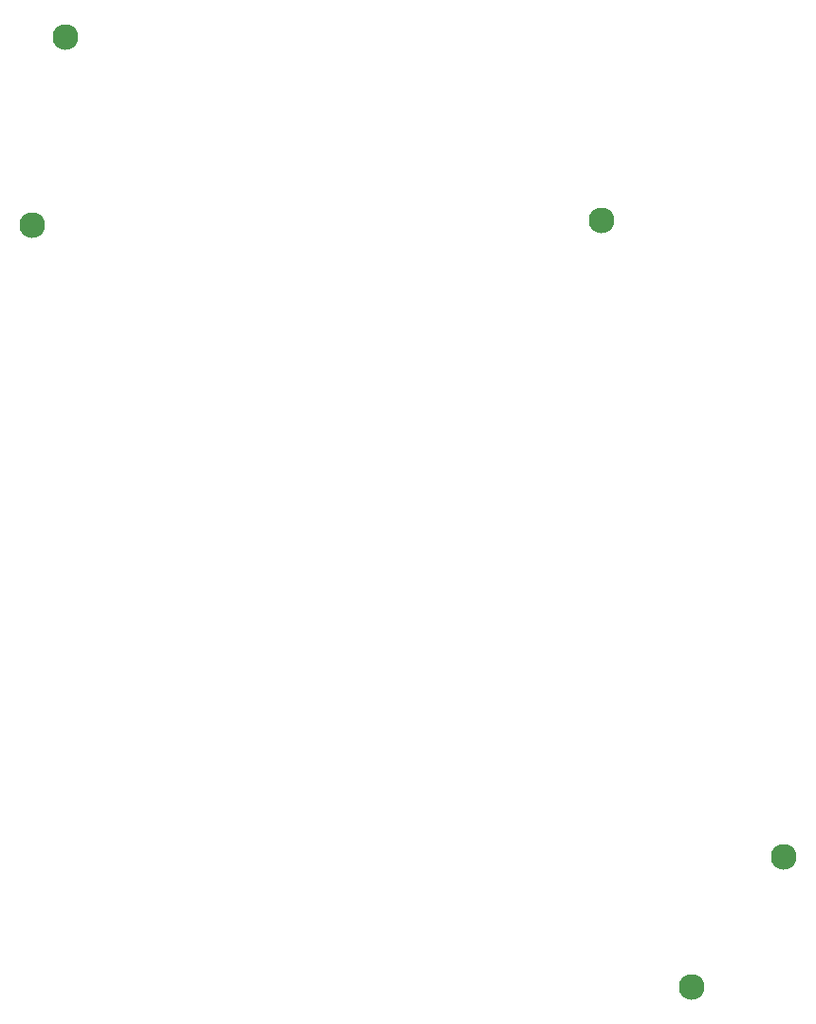
<source format=gbs>
G04 #@! TF.GenerationSoftware,KiCad,Pcbnew,8.0.8+1*
G04 #@! TF.CreationDate,2025-05-19T02:25:44+00:00*
G04 #@! TF.ProjectId,backplate,6261636b-706c-4617-9465-2e6b69636164,0.2*
G04 #@! TF.SameCoordinates,Original*
G04 #@! TF.FileFunction,Soldermask,Bot*
G04 #@! TF.FilePolarity,Negative*
%FSLAX46Y46*%
G04 Gerber Fmt 4.6, Leading zero omitted, Abs format (unit mm)*
G04 Created by KiCad (PCBNEW 8.0.8+1) date 2025-05-19 02:25:44*
%MOMM*%
%LPD*%
G01*
G04 APERTURE LIST*
%ADD10C,2.300000*%
G04 APERTURE END LIST*
D10*
X117564759Y-56324569D03*
X114612740Y-73066301D03*
X165426557Y-72684179D03*
X173428752Y-140971233D03*
X181636504Y-129430307D03*
M02*

</source>
